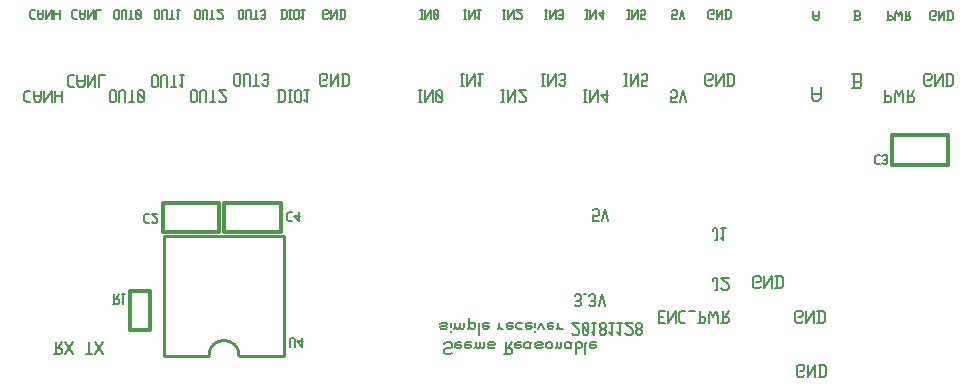
<source format=gbr>
G04 start of page 9 for group -4078 idx -4078 *
G04 Title: simple, bottomsilk *
G04 Creator: pcb 20140316 *
G04 CreationDate: Fri 07 Dec 2018 12:57:29 AM GMT UTC *
G04 For: brian *
G04 Format: Gerber/RS-274X *
G04 PCB-Dimensions (mil): 6000.00 5000.00 *
G04 PCB-Coordinate-Origin: lower left *
%MOIN*%
%FSLAX25Y25*%
%LNBOTTOMSILK*%
%ADD63C,0.0100*%
%ADD62C,0.0120*%
%ADD61C,0.0080*%
G54D61*X346000Y366744D02*X347470D01*
X346000Y368900D02*X347960D01*
X346000Y364980D02*Y368900D01*
Y364980D02*X347960D01*
X349136D02*Y368900D01*
Y364980D02*X351586Y368900D01*
Y364980D02*Y368900D01*
X353448D02*X354722D01*
X352762Y368214D02*X353448Y368900D01*
X352762Y365666D02*Y368214D01*
Y365666D02*X353448Y364980D01*
X354722D01*
X355898Y368900D02*X357858D01*
X359524Y364980D02*Y368900D01*
X359034Y364980D02*X360994D01*
X361484Y365470D01*
Y366450D01*
X360994Y366940D02*X361484Y366450D01*
X359524Y366940D02*X360994D01*
X362660Y364980D02*Y366940D01*
X363150Y368900D01*
X364130Y366940D01*
X365110Y368900D01*
X365600Y366940D01*
Y364980D02*Y366940D01*
X366776Y364980D02*X368736D01*
X369226Y365470D01*
Y366450D01*
X368736Y366940D02*X369226Y366450D01*
X367266Y366940D02*X368736D01*
X367266Y364980D02*Y368900D01*
X368050Y366940D02*X369226Y368900D01*
X393960Y346980D02*X394450Y347470D01*
X392490Y346980D02*X393960D01*
X392000Y347470D02*X392490Y346980D01*
X392000Y347470D02*Y350410D01*
X392490Y350900D01*
X393960D01*
X394450Y350410D01*
Y349430D02*Y350410D01*
X393960Y348940D02*X394450Y349430D01*
X392980Y348940D02*X393960D01*
X395626Y346980D02*Y350900D01*
Y346980D02*X398076Y350900D01*
Y346980D02*Y350900D01*
X399742Y346980D02*Y350900D01*
X401016Y346980D02*X401702Y347666D01*
Y350214D01*
X401016Y350900D02*X401702Y350214D01*
X399252Y350900D02*X401016D01*
X399252Y346980D02*X401016D01*
X393460Y364980D02*X393950Y365470D01*
X391990Y364980D02*X393460D01*
X391500Y365470D02*X391990Y364980D01*
X391500Y365470D02*Y368410D01*
X391990Y368900D01*
X393460D01*
X393950Y368410D01*
Y367430D02*Y368410D01*
X393460Y366940D02*X393950Y367430D01*
X392480Y366940D02*X393460D01*
X395126Y364980D02*Y368900D01*
Y364980D02*X397576Y368900D01*
Y364980D02*Y368900D01*
X399242Y364980D02*Y368900D01*
X400516Y364980D02*X401202Y365666D01*
Y368214D01*
X400516Y368900D02*X401202Y368214D01*
X398752Y368900D02*X400516D01*
X398752Y364980D02*X400516D01*
X379460Y376480D02*X379950Y376970D01*
X377990Y376480D02*X379460D01*
X377500Y376970D02*X377990Y376480D01*
X377500Y376970D02*Y379910D01*
X377990Y380400D01*
X379460D01*
X379950Y379910D01*
Y378930D02*Y379910D01*
X379460Y378440D02*X379950Y378930D01*
X378480Y378440D02*X379460D01*
X381126Y376480D02*Y380400D01*
Y376480D02*X383576Y380400D01*
Y376480D02*Y380400D01*
X385242Y376480D02*Y380400D01*
X386516Y376480D02*X387202Y377166D01*
Y379714D01*
X386516Y380400D02*X387202Y379714D01*
X384752Y380400D02*X386516D01*
X384752Y376480D02*X386516D01*
X350500Y466250D02*X352000D01*
X350500D02*Y467750D01*
X350875Y467375D01*
X351625D01*
X352000Y467750D01*
Y468875D01*
X351625Y469250D02*X352000Y468875D01*
X350875Y469250D02*X351625D01*
X350500Y468875D02*X350875Y469250D01*
X352900Y466250D02*X353650Y469250D01*
X354400Y466250D01*
X364000D02*X364375Y466625D01*
X362875Y466250D02*X364000D01*
X362500Y466625D02*X362875Y466250D01*
X362500Y466625D02*Y468875D01*
X362875Y469250D01*
X364000D01*
X364375Y468875D01*
Y468125D02*Y468875D01*
X364000Y467750D02*X364375Y468125D01*
X363250Y467750D02*X364000D01*
X365275Y466250D02*Y469250D01*
Y466250D02*X367150Y469250D01*
Y466250D02*Y469250D01*
X368425Y466250D02*Y469250D01*
X369400Y466250D02*X369925Y466775D01*
Y468725D01*
X369400Y469250D02*X369925Y468725D01*
X368050Y469250D02*X369400D01*
X368050Y466250D02*X369400D01*
X397500Y466500D02*Y468750D01*
Y466500D02*X398025Y465750D01*
X398850D01*
X399375Y466500D01*
Y468750D01*
X397500Y467250D02*X399375D01*
X411000Y468750D02*X412500D01*
X412875Y468375D01*
Y467475D02*Y468375D01*
X412500Y467100D02*X412875Y467475D01*
X411375Y467100D02*X412500D01*
X411375Y465750D02*Y468750D01*
X411000Y465750D02*X412500D01*
X412875Y466125D01*
Y466725D01*
X412500Y467100D02*X412875Y466725D01*
X422375Y465750D02*Y468750D01*
X422000Y465750D02*X423500D01*
X423875Y466125D01*
Y466875D01*
X423500Y467250D02*X423875Y466875D01*
X422375Y467250D02*X423500D01*
X424775Y465750D02*Y467250D01*
X425150Y468750D01*
X425900Y467250D01*
X426650Y468750D01*
X427025Y467250D01*
Y465750D02*Y467250D01*
X427925Y465750D02*X429425D01*
X429800Y466125D01*
Y466875D01*
X429425Y467250D02*X429800Y466875D01*
X428300Y467250D02*X429425D01*
X428300Y465750D02*Y468750D01*
X428900Y467250D02*X429800Y468750D01*
X438000Y465750D02*X438375Y466125D01*
X436875Y465750D02*X438000D01*
X436500Y466125D02*X436875Y465750D01*
X436500Y466125D02*Y468375D01*
X436875Y468750D01*
X438000D01*
X438375Y468375D01*
Y467625D02*Y468375D01*
X438000Y467250D02*X438375Y467625D01*
X437250Y467250D02*X438000D01*
X439275Y465750D02*Y468750D01*
Y465750D02*X441150Y468750D01*
Y465750D02*Y468750D01*
X442425Y465750D02*Y468750D01*
X443400Y465750D02*X443925Y466275D01*
Y468225D01*
X443400Y468750D02*X443925Y468225D01*
X442050Y468750D02*X443400D01*
X442050Y465750D02*X443400D01*
X334500Y443970D02*X335470D01*
X334985D02*Y447850D01*
X334500D02*X335470D01*
X336634Y443970D02*Y447850D01*
Y443970D02*X339059Y447850D01*
Y443970D02*Y447850D01*
X340223Y443970D02*X342163D01*
X340223D02*Y445910D01*
X340708Y445425D01*
X341678D01*
X342163Y445910D01*
Y447365D01*
X341678Y447850D02*X342163Y447365D01*
X340708Y447850D02*X341678D01*
X340223Y447365D02*X340708Y447850D01*
X363440Y443970D02*X363925Y444455D01*
X361985Y443970D02*X363440D01*
X361500Y444455D02*X361985Y443970D01*
X361500Y444455D02*Y447365D01*
X361985Y447850D01*
X363440D01*
X363925Y447365D01*
Y446395D02*Y447365D01*
X363440Y445910D02*X363925Y446395D01*
X362470Y445910D02*X363440D01*
X365089Y443970D02*Y447850D01*
Y443970D02*X367514Y447850D01*
Y443970D02*Y447850D01*
X369163Y443970D02*Y447850D01*
X370424Y443970D02*X371103Y444649D01*
Y447171D01*
X370424Y447850D02*X371103Y447171D01*
X368678Y447850D02*X370424D01*
X368678Y443970D02*X370424D01*
X410500Y447950D02*X412880D01*
X413475Y447355D01*
Y445927D02*Y447355D01*
X412880Y445332D02*X413475Y445927D01*
X411095Y445332D02*X412880D01*
X411095Y443190D02*Y447950D01*
X410500Y443190D02*X412880D01*
X413475Y443785D01*
Y444737D01*
X412880Y445332D02*X413475Y444737D01*
X436440Y443970D02*X436925Y444455D01*
X434985Y443970D02*X436440D01*
X434500Y444455D02*X434985Y443970D01*
X434500Y444455D02*Y447365D01*
X434985Y447850D01*
X436440D01*
X436925Y447365D01*
Y446395D02*Y447365D01*
X436440Y445910D02*X436925Y446395D01*
X435470Y445910D02*X436440D01*
X438089Y443970D02*Y447850D01*
Y443970D02*X440514Y447850D01*
Y443970D02*Y447850D01*
X442163Y443970D02*Y447850D01*
X443424Y443970D02*X444103Y444649D01*
Y447171D01*
X443424Y447850D02*X444103Y447171D01*
X441678Y447850D02*X443424D01*
X441678Y443970D02*X443424D01*
X350000Y438470D02*X351940D01*
X350000D02*Y440410D01*
X350485Y439925D01*
X351455D01*
X351940Y440410D01*
Y441865D01*
X351455Y442350D02*X351940Y441865D01*
X350485Y442350D02*X351455D01*
X350000Y441865D02*X350485Y442350D01*
X353104Y438470D02*X354074Y442350D01*
X355044Y438470D01*
X397000Y439880D02*Y443450D01*
Y439880D02*X397833Y438690D01*
X399142D01*
X399975Y439880D01*
Y443450D01*
X397000Y441070D02*X399975D01*
X421485Y438470D02*Y442350D01*
X421000Y438470D02*X422940D01*
X423425Y438955D01*
Y439925D01*
X422940Y440410D02*X423425Y439925D01*
X421485Y440410D02*X422940D01*
X424589Y438470D02*Y440410D01*
X425074Y442350D01*
X426044Y440410D01*
X427014Y442350D01*
X427499Y440410D01*
Y438470D02*Y440410D01*
X428663Y438470D02*X430603D01*
X431088Y438955D01*
Y439925D01*
X430603Y440410D02*X431088Y439925D01*
X429148Y440410D02*X430603D01*
X429148Y438470D02*Y442350D01*
X429924Y440410D02*X431088Y442350D01*
X144500Y354480D02*X146460D01*
X146950Y354970D01*
Y355950D01*
X146460Y356440D02*X146950Y355950D01*
X144990Y356440D02*X146460D01*
X144990Y354480D02*Y358400D01*
X145774Y356440D02*X146950Y358400D01*
X148126D02*X150576Y354480D01*
X148126D02*X150576Y358400D01*
X155000Y354480D02*X156960D01*
X155980D02*Y358400D01*
X158136D02*X160586Y354480D01*
X158136D02*X160586Y358400D01*
X137025Y469250D02*X138000D01*
X136500Y468725D02*X137025Y469250D01*
X136500Y466775D02*Y468725D01*
Y466775D02*X137025Y466250D01*
X138000D01*
X138900Y467000D02*Y469250D01*
Y467000D02*X139425Y466250D01*
X140250D01*
X140775Y467000D01*
Y469250D01*
X138900Y467750D02*X140775D01*
X141675Y466250D02*Y469250D01*
Y466250D02*X143550Y469250D01*
Y466250D02*Y469250D01*
X144450Y466250D02*Y469250D01*
X146325Y466250D02*Y469250D01*
X144450Y467750D02*X146325D01*
X151025Y469250D02*X152000D01*
X150500Y468725D02*X151025Y469250D01*
X150500Y466775D02*Y468725D01*
Y466775D02*X151025Y466250D01*
X152000D01*
X152900Y467000D02*Y469250D01*
Y467000D02*X153425Y466250D01*
X154250D01*
X154775Y467000D01*
Y469250D01*
X152900Y467750D02*X154775D01*
X155675Y466250D02*Y469250D01*
Y466250D02*X157550Y469250D01*
Y466250D02*Y469250D01*
X158450Y466250D02*Y469250D01*
X159950D01*
X149679Y447350D02*X150940D01*
X149000Y446671D02*X149679Y447350D01*
X149000Y444149D02*Y446671D01*
Y444149D02*X149679Y443470D01*
X150940D01*
X152104Y444440D02*Y447350D01*
Y444440D02*X152783Y443470D01*
X153850D01*
X154529Y444440D01*
Y447350D01*
X152104Y445410D02*X154529D01*
X155693Y443470D02*Y447350D01*
Y443470D02*X158118Y447350D01*
Y443470D02*Y447350D01*
X159282Y443470D02*Y447350D01*
X161222D01*
X164500Y466625D02*Y468875D01*
Y466625D02*X164875Y466250D01*
X165625D01*
X166000Y466625D01*
Y468875D01*
X165625Y469250D02*X166000Y468875D01*
X164875Y469250D02*X165625D01*
X164500Y468875D02*X164875Y469250D01*
X166900Y466250D02*Y468875D01*
X167275Y469250D01*
X168025D01*
X168400Y468875D01*
Y466250D02*Y468875D01*
X169300Y466250D02*X170800D01*
X170050D02*Y469250D01*
X171700Y468875D02*X172075Y469250D01*
X171700Y466625D02*Y468875D01*
Y466625D02*X172075Y466250D01*
X172825D01*
X173200Y466625D01*
Y468875D01*
X172825Y469250D02*X173200Y468875D01*
X172075Y469250D02*X172825D01*
X171700Y468500D02*X173200Y467000D01*
X178000Y466625D02*Y468875D01*
Y466625D02*X178375Y466250D01*
X179125D01*
X179500Y466625D01*
Y468875D01*
X179125Y469250D02*X179500Y468875D01*
X178375Y469250D02*X179125D01*
X178000Y468875D02*X178375Y469250D01*
X180400Y466250D02*Y468875D01*
X180775Y469250D01*
X181525D01*
X181900Y468875D01*
Y466250D02*Y468875D01*
X182800Y466250D02*X184300D01*
X183550D02*Y469250D01*
X185200Y466850D02*X185800Y466250D01*
Y469250D01*
X185200D02*X186325D01*
X177000Y443955D02*Y446865D01*
Y443955D02*X177485Y443470D01*
X178455D01*
X178940Y443955D01*
Y446865D01*
X178455Y447350D02*X178940Y446865D01*
X177485Y447350D02*X178455D01*
X177000Y446865D02*X177485Y447350D01*
X180104Y443470D02*Y446865D01*
X180589Y447350D01*
X181559D01*
X182044Y446865D01*
Y443470D02*Y446865D01*
X183208Y443470D02*X185148D01*
X184178D02*Y447350D01*
X186312Y444246D02*X187088Y443470D01*
Y447350D01*
X186312D02*X187767D01*
X191500Y466625D02*Y468875D01*
Y466625D02*X191875Y466250D01*
X192625D01*
X193000Y466625D01*
Y468875D01*
X192625Y469250D02*X193000Y468875D01*
X191875Y469250D02*X192625D01*
X191500Y468875D02*X191875Y469250D01*
X193900Y466250D02*Y468875D01*
X194275Y469250D01*
X195025D01*
X195400Y468875D01*
Y466250D02*Y468875D01*
X196300Y466250D02*X197800D01*
X197050D02*Y469250D01*
X198700Y466625D02*X199075Y466250D01*
X200200D01*
X200575Y466625D01*
Y467375D01*
X198700Y469250D02*X200575Y467375D01*
X198700Y469250D02*X200575D01*
X206000Y466625D02*Y468875D01*
Y466625D02*X206375Y466250D01*
X207125D01*
X207500Y466625D01*
Y468875D01*
X207125Y469250D02*X207500Y468875D01*
X206375Y469250D02*X207125D01*
X206000Y468875D02*X206375Y469250D01*
X208400Y466250D02*Y468875D01*
X208775Y469250D01*
X209525D01*
X209900Y468875D01*
Y466250D02*Y468875D01*
X210800Y466250D02*X212300D01*
X211550D02*Y469250D01*
X213200Y466625D02*X213575Y466250D01*
X214325D01*
X214700Y466625D01*
X214325Y469250D02*X214700Y468875D01*
X213575Y469250D02*X214325D01*
X213200Y468875D02*X213575Y469250D01*
Y467600D02*X214325D01*
X214700Y466625D02*Y467225D01*
Y467975D02*Y468875D01*
Y467975D02*X214325Y467600D01*
X214700Y467225D02*X214325Y467600D01*
X220375Y466250D02*Y469250D01*
X221350Y466250D02*X221875Y466775D01*
Y468725D01*
X221350Y469250D02*X221875Y468725D01*
X220000Y469250D02*X221350D01*
X220000Y466250D02*X221350D01*
X222775D02*X223525D01*
X223150D02*Y469250D01*
X222775D02*X223525D01*
X224425Y466625D02*Y468875D01*
Y466625D02*X224800Y466250D01*
X225550D01*
X225925Y466625D01*
Y468875D01*
X225550Y469250D02*X225925Y468875D01*
X224800Y469250D02*X225550D01*
X224425Y468875D02*X224800Y469250D01*
X226825Y466850D02*X227425Y466250D01*
Y469250D01*
X226825D02*X227950D01*
X235500Y466250D02*X235875Y466625D01*
X234375Y466250D02*X235500D01*
X234000Y466625D02*X234375Y466250D01*
X234000Y466625D02*Y468875D01*
X234375Y469250D01*
X235500D01*
X235875Y468875D01*
Y468125D02*Y468875D01*
X235500Y467750D02*X235875Y468125D01*
X234750Y467750D02*X235500D01*
X236775Y466250D02*Y469250D01*
Y466250D02*X238650Y469250D01*
Y466250D02*Y469250D01*
X239925Y466250D02*Y469250D01*
X240900Y466250D02*X241425Y466775D01*
Y468725D01*
X240900Y469250D02*X241425Y468725D01*
X239550Y469250D02*X240900D01*
X239550Y466250D02*X240900D01*
X135172Y442300D02*X136420D01*
X134500Y441628D02*X135172Y442300D01*
X134500Y439132D02*Y441628D01*
Y439132D02*X135172Y438460D01*
X136420D01*
X137572Y439420D02*Y442300D01*
Y439420D02*X138244Y438460D01*
X139300D01*
X139972Y439420D01*
Y442300D01*
X137572Y440380D02*X139972D01*
X141124Y438460D02*Y442300D01*
Y438460D02*X143524Y442300D01*
Y438460D02*Y442300D01*
X144676Y438460D02*Y442300D01*
X147076Y438460D02*Y442300D01*
X144676Y440380D02*X147076D01*
X163000Y438955D02*Y441865D01*
Y438955D02*X163485Y438470D01*
X164455D01*
X164940Y438955D01*
Y441865D01*
X164455Y442350D02*X164940Y441865D01*
X163485Y442350D02*X164455D01*
X163000Y441865D02*X163485Y442350D01*
X166104Y438470D02*Y441865D01*
X166589Y442350D01*
X167559D01*
X168044Y441865D01*
Y438470D02*Y441865D01*
X169208Y438470D02*X171148D01*
X170178D02*Y442350D01*
X172312Y441865D02*X172797Y442350D01*
X172312Y438955D02*Y441865D01*
Y438955D02*X172797Y438470D01*
X173767D01*
X174252Y438955D01*
Y441865D01*
X173767Y442350D02*X174252Y441865D01*
X172797Y442350D02*X173767D01*
X172312Y441380D02*X174252Y439440D01*
X190000Y438955D02*Y441865D01*
Y438955D02*X190485Y438470D01*
X191455D01*
X191940Y438955D01*
Y441865D01*
X191455Y442350D02*X191940Y441865D01*
X190485Y442350D02*X191455D01*
X190000Y441865D02*X190485Y442350D01*
X193104Y438470D02*Y441865D01*
X193589Y442350D01*
X194559D01*
X195044Y441865D01*
Y438470D02*Y441865D01*
X196208Y438470D02*X198148D01*
X197178D02*Y442350D01*
X199312Y438955D02*X199797Y438470D01*
X201252D01*
X201737Y438955D01*
Y439925D01*
X199312Y442350D02*X201737Y439925D01*
X199312Y442350D02*X201737D01*
X204500Y444455D02*Y447365D01*
Y444455D02*X204985Y443970D01*
X205955D01*
X206440Y444455D01*
Y447365D01*
X205955Y447850D02*X206440Y447365D01*
X204985Y447850D02*X205955D01*
X204500Y447365D02*X204985Y447850D01*
X207604Y443970D02*Y447365D01*
X208089Y447850D01*
X209059D01*
X209544Y447365D01*
Y443970D02*Y447365D01*
X210708Y443970D02*X212648D01*
X211678D02*Y447850D01*
X213812Y444455D02*X214297Y443970D01*
X215267D01*
X215752Y444455D01*
X215267Y447850D02*X215752Y447365D01*
X214297Y447850D02*X215267D01*
X213812Y447365D02*X214297Y447850D01*
Y445716D02*X215267D01*
X215752Y444455D02*Y445231D01*
Y446201D02*Y447365D01*
Y446201D02*X215267Y445716D01*
X215752Y445231D02*X215267Y445716D01*
X219485Y438470D02*Y442350D01*
X220746Y438470D02*X221425Y439149D01*
Y441671D01*
X220746Y442350D02*X221425Y441671D01*
X219000Y442350D02*X220746D01*
X219000Y438470D02*X220746D01*
X222589D02*X223559D01*
X223074D02*Y442350D01*
X222589D02*X223559D01*
X224723Y438955D02*Y441865D01*
Y438955D02*X225208Y438470D01*
X226178D01*
X226663Y438955D01*
Y441865D01*
X226178Y442350D02*X226663Y441865D01*
X225208Y442350D02*X226178D01*
X224723Y441865D02*X225208Y442350D01*
X227827Y439246D02*X228603Y438470D01*
Y442350D01*
X227827D02*X229282D01*
X234940Y443970D02*X235425Y444455D01*
X233485Y443970D02*X234940D01*
X233000Y444455D02*X233485Y443970D01*
X233000Y444455D02*Y447365D01*
X233485Y447850D01*
X234940D01*
X235425Y447365D01*
Y446395D02*Y447365D01*
X234940Y445910D02*X235425Y446395D01*
X233970Y445910D02*X234940D01*
X236589Y443970D02*Y447850D01*
Y443970D02*X239014Y447850D01*
Y443970D02*Y447850D01*
X240663Y443970D02*Y447850D01*
X241924Y443970D02*X242603Y444649D01*
Y447171D01*
X241924Y447850D02*X242603Y447171D01*
X240178Y447850D02*X241924D01*
X240178Y443970D02*X241924D01*
X266500Y466250D02*X267250D01*
X266875D02*Y469250D01*
X266500D02*X267250D01*
X268150Y466250D02*Y469250D01*
Y466250D02*X270025Y469250D01*
Y466250D02*Y469250D01*
X270925Y468875D02*X271300Y469250D01*
X270925Y466625D02*Y468875D01*
Y466625D02*X271300Y466250D01*
X272050D01*
X272425Y466625D01*
Y468875D01*
X272050Y469250D02*X272425Y468875D01*
X271300Y469250D02*X272050D01*
X270925Y468500D02*X272425Y467000D01*
X281000Y466250D02*X281750D01*
X281375D02*Y469250D01*
X281000D02*X281750D01*
X282650Y466250D02*Y469250D01*
Y466250D02*X284525Y469250D01*
Y466250D02*Y469250D01*
X285425Y466850D02*X286025Y466250D01*
Y469250D01*
X285425D02*X286550D01*
X266000Y438470D02*X266970D01*
X266485D02*Y442350D01*
X266000D02*X266970D01*
X268134Y438470D02*Y442350D01*
Y438470D02*X270559Y442350D01*
Y438470D02*Y442350D01*
X271723Y441865D02*X272208Y442350D01*
X271723Y438955D02*Y441865D01*
Y438955D02*X272208Y438470D01*
X273178D01*
X273663Y438955D01*
Y441865D01*
X273178Y442350D02*X273663Y441865D01*
X272208Y442350D02*X273178D01*
X271723Y441380D02*X273663Y439440D01*
X321500Y466250D02*X322250D01*
X321875D02*Y469250D01*
X321500D02*X322250D01*
X323150Y466250D02*Y469250D01*
Y466250D02*X325025Y469250D01*
Y466250D02*Y469250D01*
X325925Y468125D02*X327425Y466250D01*
X325925Y468125D02*X327800D01*
X327425Y466250D02*Y469250D01*
X335500Y466250D02*X336250D01*
X335875D02*Y469250D01*
X335500D02*X336250D01*
X337150Y466250D02*Y469250D01*
Y466250D02*X339025Y469250D01*
Y466250D02*Y469250D01*
X339925Y466250D02*X341425D01*
X339925D02*Y467750D01*
X340300Y467375D01*
X341050D01*
X341425Y467750D01*
Y468875D01*
X341050Y469250D02*X341425Y468875D01*
X340300Y469250D02*X341050D01*
X339925Y468875D02*X340300Y469250D01*
X294000Y466250D02*X294750D01*
X294375D02*Y469250D01*
X294000D02*X294750D01*
X295650Y466250D02*Y469250D01*
Y466250D02*X297525Y469250D01*
Y466250D02*Y469250D01*
X298425Y466625D02*X298800Y466250D01*
X299925D01*
X300300Y466625D01*
Y467375D01*
X298425Y469250D02*X300300Y467375D01*
X298425Y469250D02*X300300D01*
X308000Y466250D02*X308750D01*
X308375D02*Y469250D01*
X308000D02*X308750D01*
X309650Y466250D02*Y469250D01*
Y466250D02*X311525Y469250D01*
Y466250D02*Y469250D01*
X312425Y466625D02*X312800Y466250D01*
X313550D01*
X313925Y466625D01*
X313550Y469250D02*X313925Y468875D01*
X312800Y469250D02*X313550D01*
X312425Y468875D02*X312800Y469250D01*
Y467600D02*X313550D01*
X313925Y466625D02*Y467225D01*
Y467975D02*Y468875D01*
Y467975D02*X313550Y467600D01*
X313925Y467225D02*X313550Y467600D01*
X280000Y443970D02*X280970D01*
X280485D02*Y447850D01*
X280000D02*X280970D01*
X282134Y443970D02*Y447850D01*
Y443970D02*X284559Y447850D01*
Y443970D02*Y447850D01*
X285723Y444746D02*X286499Y443970D01*
Y447850D01*
X285723D02*X287178D01*
X293500Y438470D02*X294470D01*
X293985D02*Y442350D01*
X293500D02*X294470D01*
X295634Y438470D02*Y442350D01*
Y438470D02*X298059Y442350D01*
Y438470D02*Y442350D01*
X299223Y438955D02*X299708Y438470D01*
X301163D01*
X301648Y438955D01*
Y439925D01*
X299223Y442350D02*X301648Y439925D01*
X299223Y442350D02*X301648D01*
X307000Y443970D02*X307970D01*
X307485D02*Y447850D01*
X307000D02*X307970D01*
X309134Y443970D02*Y447850D01*
Y443970D02*X311559Y447850D01*
Y443970D02*Y447850D01*
X312723Y444455D02*X313208Y443970D01*
X314178D01*
X314663Y444455D01*
X314178Y447850D02*X314663Y447365D01*
X313208Y447850D02*X314178D01*
X312723Y447365D02*X313208Y447850D01*
Y445716D02*X314178D01*
X314663Y444455D02*Y445231D01*
Y446201D02*Y447365D01*
Y446201D02*X314178Y445716D01*
X314663Y445231D02*X314178Y445716D01*
X321000Y438470D02*X321970D01*
X321485D02*Y442350D01*
X321000D02*X321970D01*
X323134Y438470D02*Y442350D01*
Y438470D02*X325559Y442350D01*
Y438470D02*Y442350D01*
X326723Y440895D02*X328663Y438470D01*
X326723Y440895D02*X329148D01*
X328663Y438470D02*Y442350D01*
X318000Y370970D02*X318490Y370480D01*
X319470D01*
X319960Y370970D01*
X319470Y374400D02*X319960Y373910D01*
X318490Y374400D02*X319470D01*
X318000Y373910D02*X318490Y374400D01*
Y372244D02*X319470D01*
X319960Y370970D02*Y371754D01*
Y372734D02*Y373910D01*
Y372734D02*X319470Y372244D01*
X319960Y371754D02*X319470Y372244D01*
X321136Y374400D02*X321626D01*
X322802Y370970D02*X323292Y370480D01*
X324272D01*
X324762Y370970D01*
X324272Y374400D02*X324762Y373910D01*
X323292Y374400D02*X324272D01*
X322802Y373910D02*X323292Y374400D01*
Y372244D02*X324272D01*
X324762Y370970D02*Y371754D01*
Y372734D02*Y373910D01*
Y372734D02*X324272Y372244D01*
X324762Y371754D02*X324272Y372244D01*
X325938Y370480D02*X326918Y374400D01*
X327898Y370480D01*
X324000Y398980D02*X325960D01*
X324000D02*Y400940D01*
X324490Y400450D01*
X325470D01*
X325960Y400940D01*
Y402410D01*
X325470Y402900D02*X325960Y402410D01*
X324490Y402900D02*X325470D01*
X324000Y402410D02*X324490Y402900D01*
X327136Y398980D02*X328116Y402900D01*
X329096Y398980D01*
X273490Y364900D02*X274960D01*
X275450Y364410D01*
X274960Y363920D02*X275450Y364410D01*
X273490Y363920D02*X274960D01*
X273000Y363430D02*X273490Y363920D01*
X273000Y363430D02*X273490Y362940D01*
X274960D01*
X275450Y363430D01*
X273000Y364410D02*X273490Y364900D01*
X276626Y361960D02*Y362058D01*
Y363430D02*Y364900D01*
X278096Y363430D02*Y364900D01*
Y363430D02*X278586Y362940D01*
X279076D01*
X279566Y363430D01*
Y364900D01*
Y363430D02*X280056Y362940D01*
X280546D01*
X281036Y363430D01*
Y364900D01*
X277606Y362940D02*X278096Y363430D01*
X282702D02*Y366370D01*
X282212Y362940D02*X282702Y363430D01*
X283192Y362940D01*
X284172D01*
X284662Y363430D01*
Y364410D01*
X284172Y364900D02*X284662Y364410D01*
X283192Y364900D02*X284172D01*
X282702Y364410D02*X283192Y364900D01*
X285838Y360980D02*Y364410D01*
X286328Y364900D01*
X287798D02*X289268D01*
X287308Y364410D02*X287798Y364900D01*
X287308Y363430D02*Y364410D01*
Y363430D02*X287798Y362940D01*
X288778D01*
X289268Y363430D01*
X287308Y363920D02*X289268D01*
Y363430D02*Y363920D01*
X292698Y363430D02*Y364900D01*
Y363430D02*X293188Y362940D01*
X294168D01*
X292208D02*X292698Y363430D01*
X295834Y364900D02*X297304D01*
X295344Y364410D02*X295834Y364900D01*
X295344Y363430D02*Y364410D01*
Y363430D02*X295834Y362940D01*
X296814D01*
X297304Y363430D01*
X295344Y363920D02*X297304D01*
Y363430D02*Y363920D01*
X298970Y362940D02*X300440D01*
X298480Y363430D02*X298970Y362940D01*
X298480Y363430D02*Y364410D01*
X298970Y364900D01*
X300440D01*
X302106D02*X303576D01*
X301616Y364410D02*X302106Y364900D01*
X301616Y363430D02*Y364410D01*
Y363430D02*X302106Y362940D01*
X303086D01*
X303576Y363430D01*
X301616Y363920D02*X303576D01*
Y363430D02*Y363920D01*
X304752Y361960D02*Y362058D01*
Y363430D02*Y364900D01*
X305732Y362940D02*X306712Y364900D01*
X307692Y362940D02*X306712Y364900D01*
X309358D02*X310828D01*
X308868Y364410D02*X309358Y364900D01*
X308868Y363430D02*Y364410D01*
Y363430D02*X309358Y362940D01*
X310338D01*
X310828Y363430D01*
X308868Y363920D02*X310828D01*
Y363430D02*Y363920D01*
X312494Y363430D02*Y364900D01*
Y363430D02*X312984Y362940D01*
X313964D01*
X312004D02*X312494Y363430D01*
X316904Y361470D02*X317394Y360980D01*
X318864D01*
X319354Y361470D01*
Y362450D01*
X316904Y364900D02*X319354Y362450D01*
X316904Y364900D02*X319354D01*
X320530Y364410D02*X321020Y364900D01*
X320530Y361470D02*Y364410D01*
Y361470D02*X321020Y360980D01*
X322000D01*
X322490Y361470D01*
Y364410D01*
X322000Y364900D02*X322490Y364410D01*
X321020Y364900D02*X322000D01*
X320530Y363920D02*X322490Y361960D01*
X323666Y361764D02*X324450Y360980D01*
Y364900D01*
X323666D02*X325136D01*
X326312Y364410D02*X326802Y364900D01*
X326312Y363626D02*Y364410D01*
Y363626D02*X326998Y362940D01*
X327586D01*
X328272Y363626D01*
Y364410D01*
X327782Y364900D02*X328272Y364410D01*
X326802Y364900D02*X327782D01*
X326312Y362254D02*X326998Y362940D01*
X326312Y361470D02*Y362254D01*
Y361470D02*X326802Y360980D01*
X327782D01*
X328272Y361470D01*
Y362254D01*
X327586Y362940D02*X328272Y362254D01*
X329448Y361764D02*X330232Y360980D01*
Y364900D01*
X329448D02*X330918D01*
X332094Y361764D02*X332878Y360980D01*
Y364900D01*
X332094D02*X333564D01*
X334740Y361470D02*X335230Y360980D01*
X336700D01*
X337190Y361470D01*
Y362450D01*
X334740Y364900D02*X337190Y362450D01*
X334740Y364900D02*X337190D01*
X338366Y364410D02*X338856Y364900D01*
X338366Y363626D02*Y364410D01*
Y363626D02*X339052Y362940D01*
X339640D01*
X340326Y363626D01*
Y364410D01*
X339836Y364900D02*X340326Y364410D01*
X338856Y364900D02*X339836D01*
X338366Y362254D02*X339052Y362940D01*
X338366Y361470D02*Y362254D01*
Y361470D02*X338856Y360980D01*
X339836D01*
X340326Y361470D01*
Y362254D01*
X339640Y362940D02*X340326Y362254D01*
X276460Y354480D02*X276950Y354970D01*
X274990Y354480D02*X276460D01*
X274500Y354970D02*X274990Y354480D01*
X274500Y354970D02*Y355950D01*
X274990Y356440D01*
X276460D01*
X276950Y356930D01*
Y357910D01*
X276460Y358400D02*X276950Y357910D01*
X274990Y358400D02*X276460D01*
X274500Y357910D02*X274990Y358400D01*
X278616D02*X280086D01*
X278126Y357910D02*X278616Y358400D01*
X278126Y356930D02*Y357910D01*
Y356930D02*X278616Y356440D01*
X279596D01*
X280086Y356930D01*
X278126Y357420D02*X280086D01*
Y356930D02*Y357420D01*
X281752Y358400D02*X283222D01*
X281262Y357910D02*X281752Y358400D01*
X281262Y356930D02*Y357910D01*
Y356930D02*X281752Y356440D01*
X282732D01*
X283222Y356930D01*
X281262Y357420D02*X283222D01*
Y356930D02*Y357420D01*
X284888Y356930D02*Y358400D01*
Y356930D02*X285378Y356440D01*
X285868D01*
X286358Y356930D01*
Y358400D01*
Y356930D02*X286848Y356440D01*
X287338D01*
X287828Y356930D01*
Y358400D01*
X284398Y356440D02*X284888Y356930D01*
X289494Y358400D02*X290964D01*
X291454Y357910D01*
X290964Y357420D02*X291454Y357910D01*
X289494Y357420D02*X290964D01*
X289004Y356930D02*X289494Y357420D01*
X289004Y356930D02*X289494Y356440D01*
X290964D01*
X291454Y356930D01*
X289004Y357910D02*X289494Y358400D01*
X294394Y354480D02*X296354D01*
X296844Y354970D01*
Y355950D01*
X296354Y356440D02*X296844Y355950D01*
X294884Y356440D02*X296354D01*
X294884Y354480D02*Y358400D01*
X295668Y356440D02*X296844Y358400D01*
X298510D02*X299980D01*
X298020Y357910D02*X298510Y358400D01*
X298020Y356930D02*Y357910D01*
Y356930D02*X298510Y356440D01*
X299490D01*
X299980Y356930D01*
X298020Y357420D02*X299980D01*
Y356930D02*Y357420D01*
X302626Y356440D02*X303116Y356930D01*
X301646Y356440D02*X302626D01*
X301156Y356930D02*X301646Y356440D01*
X301156Y356930D02*Y357910D01*
X301646Y358400D01*
X303116Y356440D02*Y357910D01*
X303606Y358400D01*
X301646D02*X302626D01*
X303116Y357910D01*
X305272Y358400D02*X306742D01*
X307232Y357910D01*
X306742Y357420D02*X307232Y357910D01*
X305272Y357420D02*X306742D01*
X304782Y356930D02*X305272Y357420D01*
X304782Y356930D02*X305272Y356440D01*
X306742D01*
X307232Y356930D01*
X304782Y357910D02*X305272Y358400D01*
X308408Y356930D02*Y357910D01*
Y356930D02*X308898Y356440D01*
X309878D01*
X310368Y356930D01*
Y357910D01*
X309878Y358400D02*X310368Y357910D01*
X308898Y358400D02*X309878D01*
X308408Y357910D02*X308898Y358400D01*
X312034Y356930D02*Y358400D01*
Y356930D02*X312524Y356440D01*
X313014D01*
X313504Y356930D01*
Y358400D01*
X311544Y356440D02*X312034Y356930D01*
X316150Y356440D02*X316640Y356930D01*
X315170Y356440D02*X316150D01*
X314680Y356930D02*X315170Y356440D01*
X314680Y356930D02*Y357910D01*
X315170Y358400D01*
X316640Y356440D02*Y357910D01*
X317130Y358400D01*
X315170D02*X316150D01*
X316640Y357910D01*
X318306Y354480D02*Y358400D01*
Y357910D02*X318796Y358400D01*
X319776D01*
X320266Y357910D01*
Y356930D02*Y357910D01*
X319776Y356440D02*X320266Y356930D01*
X318796Y356440D02*X319776D01*
X318306Y356930D02*X318796Y356440D01*
X321442Y354480D02*Y357910D01*
X321932Y358400D01*
X323402D02*X324872D01*
X322912Y357910D02*X323402Y358400D01*
X322912Y356930D02*Y357910D01*
Y356930D02*X323402Y356440D01*
X324382D01*
X324872Y356930D01*
X322912Y357420D02*X324872D01*
Y356930D02*Y357420D01*
G54D62*X201051Y395079D02*X219949D01*
X201051Y404921D02*Y395079D01*
Y404921D02*X219949D01*
Y395079D01*
X180551Y404921D02*X199449D01*
Y395079D01*
X180551D01*
Y404921D01*
G54D63*X181000Y354000D02*Y394000D01*
X221000D01*
Y354000D01*
X181000D02*X196000D01*
X206000D02*X221000D01*
X206000D02*G75*G03X196000Y354000I-5000J0D01*G01*
G54D62*X176346Y375496D02*Y362504D01*
X169654D02*X176346D01*
X169654Y375496D02*Y362504D01*
Y375496D02*X176346D01*
X423551Y427421D02*X442449D01*
Y417579D01*
X423551D02*X442449D01*
X423551Y427421D02*Y417579D01*
G54D61*X364700Y376000D02*X365500D01*
Y379500D01*
X365000Y380000D02*X365500Y379500D01*
X364500Y380000D02*X365000D01*
X364000Y379500D02*X364500Y380000D01*
X364000Y379000D02*Y379500D01*
X366700Y376500D02*X367200Y376000D01*
X368700D01*
X369200Y376500D01*
Y377500D01*
X366700Y380000D02*X369200Y377500D01*
X366700Y380000D02*X369200D01*
X364700Y392500D02*X365500D01*
Y396000D01*
X365000Y396500D02*X365500Y396000D01*
X364500Y396500D02*X365000D01*
X364000Y396000D02*X364500Y396500D01*
X364000Y395500D02*Y396000D01*
X366700Y393300D02*X367500Y392500D01*
Y396500D01*
X366700D02*X368200D01*
X222532Y401800D02*X223520D01*
X222000Y401268D02*X222532Y401800D01*
X222000Y399292D02*Y401268D01*
Y399292D02*X222532Y398760D01*
X223520D01*
X224432Y400660D02*X225952Y398760D01*
X224432Y400660D02*X226332D01*
X225952Y398760D02*Y401800D01*
X175032Y401300D02*X176020D01*
X174500Y400768D02*X175032Y401300D01*
X174500Y398792D02*Y400768D01*
Y398792D02*X175032Y398260D01*
X176020D01*
X176932Y398640D02*X177312Y398260D01*
X178452D01*
X178832Y398640D01*
Y399400D01*
X176932Y401300D02*X178832Y399400D01*
X176932Y401300D02*X178832D01*
X223000Y356770D02*Y359465D01*
X223385Y359850D01*
X224155D01*
X224540Y359465D01*
Y356770D02*Y359465D01*
X225464Y358695D02*X227004Y356770D01*
X225464Y358695D02*X227389D01*
X227004Y356770D02*Y359850D01*
X164000Y371270D02*X165540D01*
X165925Y371655D01*
Y372425D01*
X165540Y372810D02*X165925Y372425D01*
X164385Y372810D02*X165540D01*
X164385Y371270D02*Y374350D01*
X165001Y372810D02*X165925Y374350D01*
X166849Y371886D02*X167465Y371270D01*
Y374350D01*
X166849D02*X168004D01*
X418539Y420850D02*X419540D01*
X418000Y420311D02*X418539Y420850D01*
X418000Y418309D02*Y420311D01*
Y418309D02*X418539Y417770D01*
X419540D01*
X420464Y418155D02*X420849Y417770D01*
X421619D01*
X422004Y418155D01*
X421619Y420850D02*X422004Y420465D01*
X420849Y420850D02*X421619D01*
X420464Y420465D02*X420849Y420850D01*
Y419156D02*X421619D01*
X422004Y418155D02*Y418771D01*
Y419541D02*Y420465D01*
Y419541D02*X421619Y419156D01*
X422004Y418771D02*X421619Y419156D01*
M02*

</source>
